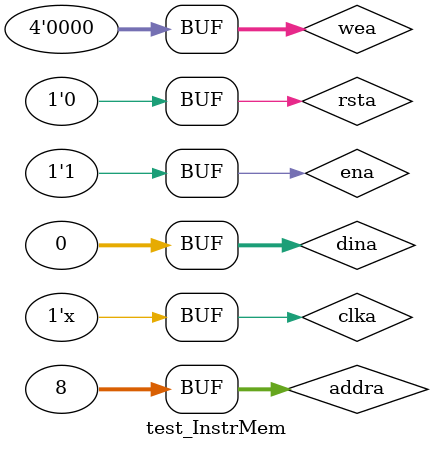
<source format=v>
`timescale 1ns / 1ps


module test_InstrMem;

    // Inputs
    reg [31:0] addra; 
	reg clka;
	reg [31:0] dina; 
    reg ena;
    reg rsta; 
    reg [3:0] wea; 
	// Outputs
	wire [31:0] douta;

	// Instantiate the Unit Under Test (UUT)
	Instruction_memory uut (
		.addra(addra), 
		.clka(clka),
		.dina(dina),
		.ena(ena),
		.rsta(rsta),
		.wea(wea),
		.douta(douta)
	);
    
    initial begin
        // Initialize Inputs
        clka = 1;
        addra = 32'h00000000; 
        dina = 32'h00000000; 
        ena = 0;
        rsta = 0; 
        wea = 4'b0000;
        #20; // rsta = 1; todavia no escribe 
        addra = 32'h00000000; 
        dina = 32'h00000000; 
        ena = 0;
        rsta = 1; 
        wea = 4'b0000;
        #20; // rsta = 0; ena = 1; todavia no escribe
        addra = 32'h00000000; 
        dina = 32'h00000001; 
        ena = 1;
        rsta = 0; 
        wea = 4'b1111;
        // comienza la escritura
        #20; // rsta = 0; ena = 1; escribe direccion 0
        addra = 32'h00000000; 
        dina = 32'h00000001; 
        ena = 1;
        rsta = 0; 
        wea = 4'b1111;
        #20; // rsta = 0; ena = 1; escribe direccion 4
        addra = 32'h00000004; 
        dina = 32'h00000002; 
        ena = 1;
        rsta = 0; 
        wea = 4'b1111;
        #20; // rsta = 0; ena = 1; escribe direccion 8
        addra = 32'h00000008; 
        dina = 32'h00000003; 
        ena = 1;
        rsta = 0; 
        wea = 4'b1111;
        #20
        wea = 4'b0000; // se espera un ciclo antes de comenzar a leer
        #20; // rsta = 0; ena = 1; lee direccion 0
        addra = 32'h00000000; 
        dina = 32'h00000000; 
        ena = 1;
        rsta = 0; 
        wea = 4'b0000;
        #20; // rsta = 0; ena = 1; lee direccion 4
        addra = 32'h00000004; 
        dina = 32'h00000000; 
        ena = 1;
        rsta = 0; 
        wea = 4'b0000;  
        #20; // rsta = 0; ena = 1; lee direccion 8
        addra = 32'h00000008; 
        dina = 32'h00000000; 
        ena = 1;
        rsta = 0; 
        wea = 4'b0000;       
    end
    
   always begin //clock de la placa 50Mhz
        #10 clka=~clka;
    end   

endmodule

</source>
